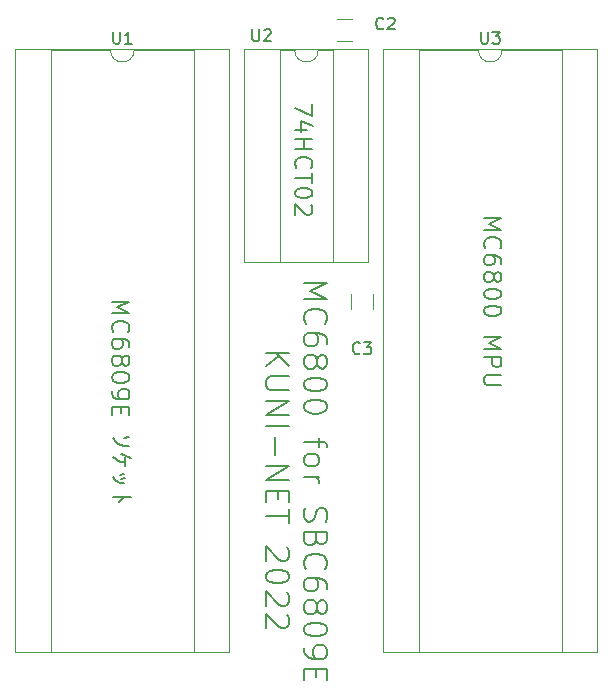
<source format=gto>
G04 #@! TF.GenerationSoftware,KiCad,Pcbnew,(6.0.4-0)*
G04 #@! TF.CreationDate,2022-11-05T16:46:17+09:00*
G04 #@! TF.ProjectId,MC6800-SBC6809E,4d433638-3030-42d5-9342-433638303945,rev?*
G04 #@! TF.SameCoordinates,Original*
G04 #@! TF.FileFunction,Legend,Top*
G04 #@! TF.FilePolarity,Positive*
%FSLAX46Y46*%
G04 Gerber Fmt 4.6, Leading zero omitted, Abs format (unit mm)*
G04 Created by KiCad (PCBNEW (6.0.4-0)) date 2022-11-05 16:46:17*
%MOMM*%
%LPD*%
G01*
G04 APERTURE LIST*
%ADD10C,0.200000*%
%ADD11C,0.150000*%
%ADD12C,0.120000*%
G04 APERTURE END LIST*
D10*
X117966428Y-94124999D02*
X119466428Y-94124999D01*
X118395000Y-94624999D01*
X119466428Y-95124999D01*
X117966428Y-95124999D01*
X118109285Y-96696428D02*
X118037857Y-96624999D01*
X117966428Y-96410714D01*
X117966428Y-96267857D01*
X118037857Y-96053571D01*
X118180714Y-95910714D01*
X118323571Y-95839285D01*
X118609285Y-95767857D01*
X118823571Y-95767857D01*
X119109285Y-95839285D01*
X119252142Y-95910714D01*
X119395000Y-96053571D01*
X119466428Y-96267857D01*
X119466428Y-96410714D01*
X119395000Y-96624999D01*
X119323571Y-96696428D01*
X119466428Y-97982142D02*
X119466428Y-97696428D01*
X119395000Y-97553571D01*
X119323571Y-97482142D01*
X119109285Y-97339285D01*
X118823571Y-97267857D01*
X118252142Y-97267857D01*
X118109285Y-97339285D01*
X118037857Y-97410714D01*
X117966428Y-97553571D01*
X117966428Y-97839285D01*
X118037857Y-97982142D01*
X118109285Y-98053571D01*
X118252142Y-98124999D01*
X118609285Y-98124999D01*
X118752142Y-98053571D01*
X118823571Y-97982142D01*
X118895000Y-97839285D01*
X118895000Y-97553571D01*
X118823571Y-97410714D01*
X118752142Y-97339285D01*
X118609285Y-97267857D01*
X118823571Y-98982142D02*
X118895000Y-98839285D01*
X118966428Y-98767857D01*
X119109285Y-98696428D01*
X119180714Y-98696428D01*
X119323571Y-98767857D01*
X119395000Y-98839285D01*
X119466428Y-98982142D01*
X119466428Y-99267857D01*
X119395000Y-99410714D01*
X119323571Y-99482142D01*
X119180714Y-99553571D01*
X119109285Y-99553571D01*
X118966428Y-99482142D01*
X118895000Y-99410714D01*
X118823571Y-99267857D01*
X118823571Y-98982142D01*
X118752142Y-98839285D01*
X118680714Y-98767857D01*
X118537857Y-98696428D01*
X118252142Y-98696428D01*
X118109285Y-98767857D01*
X118037857Y-98839285D01*
X117966428Y-98982142D01*
X117966428Y-99267857D01*
X118037857Y-99410714D01*
X118109285Y-99482142D01*
X118252142Y-99553571D01*
X118537857Y-99553571D01*
X118680714Y-99482142D01*
X118752142Y-99410714D01*
X118823571Y-99267857D01*
X119466428Y-100482142D02*
X119466428Y-100624999D01*
X119395000Y-100767857D01*
X119323571Y-100839285D01*
X119180714Y-100910714D01*
X118895000Y-100982142D01*
X118537857Y-100982142D01*
X118252142Y-100910714D01*
X118109285Y-100839285D01*
X118037857Y-100767857D01*
X117966428Y-100624999D01*
X117966428Y-100482142D01*
X118037857Y-100339285D01*
X118109285Y-100267857D01*
X118252142Y-100196428D01*
X118537857Y-100124999D01*
X118895000Y-100124999D01*
X119180714Y-100196428D01*
X119323571Y-100267857D01*
X119395000Y-100339285D01*
X119466428Y-100482142D01*
X117966428Y-101696428D02*
X117966428Y-101982142D01*
X118037857Y-102124999D01*
X118109285Y-102196428D01*
X118323571Y-102339285D01*
X118609285Y-102410714D01*
X119180714Y-102410714D01*
X119323571Y-102339285D01*
X119395000Y-102267857D01*
X119466428Y-102124999D01*
X119466428Y-101839285D01*
X119395000Y-101696428D01*
X119323571Y-101624999D01*
X119180714Y-101553571D01*
X118823571Y-101553571D01*
X118680714Y-101624999D01*
X118609285Y-101696428D01*
X118537857Y-101839285D01*
X118537857Y-102124999D01*
X118609285Y-102267857D01*
X118680714Y-102339285D01*
X118823571Y-102410714D01*
X118752142Y-103053571D02*
X118752142Y-103553571D01*
X117966428Y-103767857D02*
X117966428Y-103053571D01*
X119466428Y-103053571D01*
X119466428Y-103767857D01*
X119466428Y-105553571D02*
X119037857Y-105696428D01*
X119466428Y-106339285D02*
X119037857Y-106339285D01*
X118752142Y-106267857D01*
X118537857Y-106196428D01*
X118323571Y-106053571D01*
X118109285Y-105696428D01*
X119109285Y-107267857D02*
X119109285Y-108053571D01*
X119609285Y-107339285D02*
X119323571Y-107267857D01*
X118966428Y-107124999D01*
X118752142Y-107053571D01*
X119109285Y-107696428D02*
X118752142Y-107696428D01*
X118537857Y-107624999D01*
X118323571Y-107482142D01*
X118037857Y-107267857D01*
X119037857Y-108696428D02*
X118680714Y-108839285D01*
X119109285Y-109053571D02*
X118752142Y-109124999D01*
X119037857Y-109482142D02*
X118680714Y-109482142D01*
X118466428Y-109410714D01*
X118252142Y-109196428D01*
X118109285Y-108982142D01*
X119609285Y-110696428D02*
X118037857Y-110696428D01*
X118966428Y-110696428D02*
X118609285Y-111124999D01*
X149466428Y-87053571D02*
X150966428Y-87053571D01*
X149895000Y-87553571D01*
X150966428Y-88053571D01*
X149466428Y-88053571D01*
X149609285Y-89625000D02*
X149537857Y-89553571D01*
X149466428Y-89339285D01*
X149466428Y-89196428D01*
X149537857Y-88982142D01*
X149680714Y-88839285D01*
X149823571Y-88767857D01*
X150109285Y-88696428D01*
X150323571Y-88696428D01*
X150609285Y-88767857D01*
X150752142Y-88839285D01*
X150895000Y-88982142D01*
X150966428Y-89196428D01*
X150966428Y-89339285D01*
X150895000Y-89553571D01*
X150823571Y-89625000D01*
X150966428Y-90910714D02*
X150966428Y-90625000D01*
X150895000Y-90482142D01*
X150823571Y-90410714D01*
X150609285Y-90267857D01*
X150323571Y-90196428D01*
X149752142Y-90196428D01*
X149609285Y-90267857D01*
X149537857Y-90339285D01*
X149466428Y-90482142D01*
X149466428Y-90767857D01*
X149537857Y-90910714D01*
X149609285Y-90982142D01*
X149752142Y-91053571D01*
X150109285Y-91053571D01*
X150252142Y-90982142D01*
X150323571Y-90910714D01*
X150395000Y-90767857D01*
X150395000Y-90482142D01*
X150323571Y-90339285D01*
X150252142Y-90267857D01*
X150109285Y-90196428D01*
X150323571Y-91910714D02*
X150395000Y-91767857D01*
X150466428Y-91696428D01*
X150609285Y-91625000D01*
X150680714Y-91625000D01*
X150823571Y-91696428D01*
X150895000Y-91767857D01*
X150966428Y-91910714D01*
X150966428Y-92196428D01*
X150895000Y-92339285D01*
X150823571Y-92410714D01*
X150680714Y-92482142D01*
X150609285Y-92482142D01*
X150466428Y-92410714D01*
X150395000Y-92339285D01*
X150323571Y-92196428D01*
X150323571Y-91910714D01*
X150252142Y-91767857D01*
X150180714Y-91696428D01*
X150037857Y-91625000D01*
X149752142Y-91625000D01*
X149609285Y-91696428D01*
X149537857Y-91767857D01*
X149466428Y-91910714D01*
X149466428Y-92196428D01*
X149537857Y-92339285D01*
X149609285Y-92410714D01*
X149752142Y-92482142D01*
X150037857Y-92482142D01*
X150180714Y-92410714D01*
X150252142Y-92339285D01*
X150323571Y-92196428D01*
X150966428Y-93410714D02*
X150966428Y-93553571D01*
X150895000Y-93696428D01*
X150823571Y-93767857D01*
X150680714Y-93839285D01*
X150395000Y-93910714D01*
X150037857Y-93910714D01*
X149752142Y-93839285D01*
X149609285Y-93767857D01*
X149537857Y-93696428D01*
X149466428Y-93553571D01*
X149466428Y-93410714D01*
X149537857Y-93267857D01*
X149609285Y-93196428D01*
X149752142Y-93125000D01*
X150037857Y-93053571D01*
X150395000Y-93053571D01*
X150680714Y-93125000D01*
X150823571Y-93196428D01*
X150895000Y-93267857D01*
X150966428Y-93410714D01*
X150966428Y-94839285D02*
X150966428Y-94982142D01*
X150895000Y-95125000D01*
X150823571Y-95196428D01*
X150680714Y-95267857D01*
X150395000Y-95339285D01*
X150037857Y-95339285D01*
X149752142Y-95267857D01*
X149609285Y-95196428D01*
X149537857Y-95125000D01*
X149466428Y-94982142D01*
X149466428Y-94839285D01*
X149537857Y-94696428D01*
X149609285Y-94625000D01*
X149752142Y-94553571D01*
X150037857Y-94482142D01*
X150395000Y-94482142D01*
X150680714Y-94553571D01*
X150823571Y-94625000D01*
X150895000Y-94696428D01*
X150966428Y-94839285D01*
X149466428Y-97125000D02*
X150966428Y-97125000D01*
X149895000Y-97625000D01*
X150966428Y-98125000D01*
X149466428Y-98125000D01*
X149466428Y-98839285D02*
X150966428Y-98839285D01*
X150966428Y-99410714D01*
X150895000Y-99553571D01*
X150823571Y-99625000D01*
X150680714Y-99696428D01*
X150466428Y-99696428D01*
X150323571Y-99625000D01*
X150252142Y-99553571D01*
X150180714Y-99410714D01*
X150180714Y-98839285D01*
X150966428Y-100339285D02*
X149752142Y-100339285D01*
X149609285Y-100410714D01*
X149537857Y-100482142D01*
X149466428Y-100625000D01*
X149466428Y-100910714D01*
X149537857Y-101053571D01*
X149609285Y-101125000D01*
X149752142Y-101196428D01*
X150966428Y-101196428D01*
X134215238Y-92566190D02*
X136215238Y-92566190D01*
X134786666Y-93232857D01*
X136215238Y-93899523D01*
X134215238Y-93899523D01*
X134405714Y-95994761D02*
X134310476Y-95899523D01*
X134215238Y-95613809D01*
X134215238Y-95423333D01*
X134310476Y-95137619D01*
X134500952Y-94947142D01*
X134691428Y-94851904D01*
X135072380Y-94756666D01*
X135358095Y-94756666D01*
X135739047Y-94851904D01*
X135929523Y-94947142D01*
X136120000Y-95137619D01*
X136215238Y-95423333D01*
X136215238Y-95613809D01*
X136120000Y-95899523D01*
X136024761Y-95994761D01*
X136215238Y-97709047D02*
X136215238Y-97328095D01*
X136120000Y-97137619D01*
X136024761Y-97042380D01*
X135739047Y-96851904D01*
X135358095Y-96756666D01*
X134596190Y-96756666D01*
X134405714Y-96851904D01*
X134310476Y-96947142D01*
X134215238Y-97137619D01*
X134215238Y-97518571D01*
X134310476Y-97709047D01*
X134405714Y-97804285D01*
X134596190Y-97899523D01*
X135072380Y-97899523D01*
X135262857Y-97804285D01*
X135358095Y-97709047D01*
X135453333Y-97518571D01*
X135453333Y-97137619D01*
X135358095Y-96947142D01*
X135262857Y-96851904D01*
X135072380Y-96756666D01*
X135358095Y-99042380D02*
X135453333Y-98851904D01*
X135548571Y-98756666D01*
X135739047Y-98661428D01*
X135834285Y-98661428D01*
X136024761Y-98756666D01*
X136120000Y-98851904D01*
X136215238Y-99042380D01*
X136215238Y-99423333D01*
X136120000Y-99613809D01*
X136024761Y-99709047D01*
X135834285Y-99804285D01*
X135739047Y-99804285D01*
X135548571Y-99709047D01*
X135453333Y-99613809D01*
X135358095Y-99423333D01*
X135358095Y-99042380D01*
X135262857Y-98851904D01*
X135167619Y-98756666D01*
X134977142Y-98661428D01*
X134596190Y-98661428D01*
X134405714Y-98756666D01*
X134310476Y-98851904D01*
X134215238Y-99042380D01*
X134215238Y-99423333D01*
X134310476Y-99613809D01*
X134405714Y-99709047D01*
X134596190Y-99804285D01*
X134977142Y-99804285D01*
X135167619Y-99709047D01*
X135262857Y-99613809D01*
X135358095Y-99423333D01*
X136215238Y-101042380D02*
X136215238Y-101232857D01*
X136120000Y-101423333D01*
X136024761Y-101518571D01*
X135834285Y-101613809D01*
X135453333Y-101709047D01*
X134977142Y-101709047D01*
X134596190Y-101613809D01*
X134405714Y-101518571D01*
X134310476Y-101423333D01*
X134215238Y-101232857D01*
X134215238Y-101042380D01*
X134310476Y-100851904D01*
X134405714Y-100756666D01*
X134596190Y-100661428D01*
X134977142Y-100566190D01*
X135453333Y-100566190D01*
X135834285Y-100661428D01*
X136024761Y-100756666D01*
X136120000Y-100851904D01*
X136215238Y-101042380D01*
X136215238Y-102947142D02*
X136215238Y-103137619D01*
X136120000Y-103328095D01*
X136024761Y-103423333D01*
X135834285Y-103518571D01*
X135453333Y-103613809D01*
X134977142Y-103613809D01*
X134596190Y-103518571D01*
X134405714Y-103423333D01*
X134310476Y-103328095D01*
X134215238Y-103137619D01*
X134215238Y-102947142D01*
X134310476Y-102756666D01*
X134405714Y-102661428D01*
X134596190Y-102566190D01*
X134977142Y-102470952D01*
X135453333Y-102470952D01*
X135834285Y-102566190D01*
X136024761Y-102661428D01*
X136120000Y-102756666D01*
X136215238Y-102947142D01*
X135548571Y-105709047D02*
X135548571Y-106470952D01*
X134215238Y-105994761D02*
X135929523Y-105994761D01*
X136120000Y-106090000D01*
X136215238Y-106280476D01*
X136215238Y-106470952D01*
X134215238Y-107423333D02*
X134310476Y-107232857D01*
X134405714Y-107137619D01*
X134596190Y-107042380D01*
X135167619Y-107042380D01*
X135358095Y-107137619D01*
X135453333Y-107232857D01*
X135548571Y-107423333D01*
X135548571Y-107709047D01*
X135453333Y-107899523D01*
X135358095Y-107994761D01*
X135167619Y-108090000D01*
X134596190Y-108090000D01*
X134405714Y-107994761D01*
X134310476Y-107899523D01*
X134215238Y-107709047D01*
X134215238Y-107423333D01*
X134215238Y-108947142D02*
X135548571Y-108947142D01*
X135167619Y-108947142D02*
X135358095Y-109042380D01*
X135453333Y-109137619D01*
X135548571Y-109328095D01*
X135548571Y-109518571D01*
X134310476Y-111613809D02*
X134215238Y-111899523D01*
X134215238Y-112375714D01*
X134310476Y-112566190D01*
X134405714Y-112661428D01*
X134596190Y-112756666D01*
X134786666Y-112756666D01*
X134977142Y-112661428D01*
X135072380Y-112566190D01*
X135167619Y-112375714D01*
X135262857Y-111994761D01*
X135358095Y-111804285D01*
X135453333Y-111709047D01*
X135643809Y-111613809D01*
X135834285Y-111613809D01*
X136024761Y-111709047D01*
X136120000Y-111804285D01*
X136215238Y-111994761D01*
X136215238Y-112470952D01*
X136120000Y-112756666D01*
X135262857Y-114280476D02*
X135167619Y-114566190D01*
X135072380Y-114661428D01*
X134881904Y-114756666D01*
X134596190Y-114756666D01*
X134405714Y-114661428D01*
X134310476Y-114566190D01*
X134215238Y-114375714D01*
X134215238Y-113613809D01*
X136215238Y-113613809D01*
X136215238Y-114280476D01*
X136120000Y-114470952D01*
X136024761Y-114566190D01*
X135834285Y-114661428D01*
X135643809Y-114661428D01*
X135453333Y-114566190D01*
X135358095Y-114470952D01*
X135262857Y-114280476D01*
X135262857Y-113613809D01*
X134405714Y-116756666D02*
X134310476Y-116661428D01*
X134215238Y-116375714D01*
X134215238Y-116185238D01*
X134310476Y-115899523D01*
X134500952Y-115709047D01*
X134691428Y-115613809D01*
X135072380Y-115518571D01*
X135358095Y-115518571D01*
X135739047Y-115613809D01*
X135929523Y-115709047D01*
X136120000Y-115899523D01*
X136215238Y-116185238D01*
X136215238Y-116375714D01*
X136120000Y-116661428D01*
X136024761Y-116756666D01*
X136215238Y-118470952D02*
X136215238Y-118090000D01*
X136120000Y-117899523D01*
X136024761Y-117804285D01*
X135739047Y-117613809D01*
X135358095Y-117518571D01*
X134596190Y-117518571D01*
X134405714Y-117613809D01*
X134310476Y-117709047D01*
X134215238Y-117899523D01*
X134215238Y-118280476D01*
X134310476Y-118470952D01*
X134405714Y-118566190D01*
X134596190Y-118661428D01*
X135072380Y-118661428D01*
X135262857Y-118566190D01*
X135358095Y-118470952D01*
X135453333Y-118280476D01*
X135453333Y-117899523D01*
X135358095Y-117709047D01*
X135262857Y-117613809D01*
X135072380Y-117518571D01*
X135358095Y-119804285D02*
X135453333Y-119613809D01*
X135548571Y-119518571D01*
X135739047Y-119423333D01*
X135834285Y-119423333D01*
X136024761Y-119518571D01*
X136120000Y-119613809D01*
X136215238Y-119804285D01*
X136215238Y-120185238D01*
X136120000Y-120375714D01*
X136024761Y-120470952D01*
X135834285Y-120566190D01*
X135739047Y-120566190D01*
X135548571Y-120470952D01*
X135453333Y-120375714D01*
X135358095Y-120185238D01*
X135358095Y-119804285D01*
X135262857Y-119613809D01*
X135167619Y-119518571D01*
X134977142Y-119423333D01*
X134596190Y-119423333D01*
X134405714Y-119518571D01*
X134310476Y-119613809D01*
X134215238Y-119804285D01*
X134215238Y-120185238D01*
X134310476Y-120375714D01*
X134405714Y-120470952D01*
X134596190Y-120566190D01*
X134977142Y-120566190D01*
X135167619Y-120470952D01*
X135262857Y-120375714D01*
X135358095Y-120185238D01*
X136215238Y-121804285D02*
X136215238Y-121994761D01*
X136120000Y-122185238D01*
X136024761Y-122280476D01*
X135834285Y-122375714D01*
X135453333Y-122470952D01*
X134977142Y-122470952D01*
X134596190Y-122375714D01*
X134405714Y-122280476D01*
X134310476Y-122185238D01*
X134215238Y-121994761D01*
X134215238Y-121804285D01*
X134310476Y-121613809D01*
X134405714Y-121518571D01*
X134596190Y-121423333D01*
X134977142Y-121328095D01*
X135453333Y-121328095D01*
X135834285Y-121423333D01*
X136024761Y-121518571D01*
X136120000Y-121613809D01*
X136215238Y-121804285D01*
X134215238Y-123423333D02*
X134215238Y-123804285D01*
X134310476Y-123994761D01*
X134405714Y-124090000D01*
X134691428Y-124280476D01*
X135072380Y-124375714D01*
X135834285Y-124375714D01*
X136024761Y-124280476D01*
X136120000Y-124185238D01*
X136215238Y-123994761D01*
X136215238Y-123613809D01*
X136120000Y-123423333D01*
X136024761Y-123328095D01*
X135834285Y-123232857D01*
X135358095Y-123232857D01*
X135167619Y-123328095D01*
X135072380Y-123423333D01*
X134977142Y-123613809D01*
X134977142Y-123994761D01*
X135072380Y-124185238D01*
X135167619Y-124280476D01*
X135358095Y-124375714D01*
X135262857Y-125232857D02*
X135262857Y-125899523D01*
X134215238Y-126185238D02*
X134215238Y-125232857D01*
X136215238Y-125232857D01*
X136215238Y-126185238D01*
X130995238Y-98470952D02*
X132995238Y-98470952D01*
X130995238Y-99613809D02*
X132138095Y-98756666D01*
X132995238Y-99613809D02*
X131852380Y-98470952D01*
X132995238Y-100470952D02*
X131376190Y-100470952D01*
X131185714Y-100566190D01*
X131090476Y-100661428D01*
X130995238Y-100851904D01*
X130995238Y-101232857D01*
X131090476Y-101423333D01*
X131185714Y-101518571D01*
X131376190Y-101613809D01*
X132995238Y-101613809D01*
X130995238Y-102566190D02*
X132995238Y-102566190D01*
X130995238Y-103709047D01*
X132995238Y-103709047D01*
X130995238Y-104661428D02*
X132995238Y-104661428D01*
X131757142Y-105613809D02*
X131757142Y-107137619D01*
X130995238Y-108090000D02*
X132995238Y-108090000D01*
X130995238Y-109232857D01*
X132995238Y-109232857D01*
X132042857Y-110185238D02*
X132042857Y-110851904D01*
X130995238Y-111137619D02*
X130995238Y-110185238D01*
X132995238Y-110185238D01*
X132995238Y-111137619D01*
X132995238Y-111709047D02*
X132995238Y-112851904D01*
X130995238Y-112280476D02*
X132995238Y-112280476D01*
X132804761Y-114947142D02*
X132900000Y-115042380D01*
X132995238Y-115232857D01*
X132995238Y-115709047D01*
X132900000Y-115899523D01*
X132804761Y-115994761D01*
X132614285Y-116090000D01*
X132423809Y-116090000D01*
X132138095Y-115994761D01*
X130995238Y-114851904D01*
X130995238Y-116090000D01*
X132995238Y-117328095D02*
X132995238Y-117518571D01*
X132900000Y-117709047D01*
X132804761Y-117804285D01*
X132614285Y-117899523D01*
X132233333Y-117994761D01*
X131757142Y-117994761D01*
X131376190Y-117899523D01*
X131185714Y-117804285D01*
X131090476Y-117709047D01*
X130995238Y-117518571D01*
X130995238Y-117328095D01*
X131090476Y-117137619D01*
X131185714Y-117042380D01*
X131376190Y-116947142D01*
X131757142Y-116851904D01*
X132233333Y-116851904D01*
X132614285Y-116947142D01*
X132804761Y-117042380D01*
X132900000Y-117137619D01*
X132995238Y-117328095D01*
X132804761Y-118756666D02*
X132900000Y-118851904D01*
X132995238Y-119042380D01*
X132995238Y-119518571D01*
X132900000Y-119709047D01*
X132804761Y-119804285D01*
X132614285Y-119899523D01*
X132423809Y-119899523D01*
X132138095Y-119804285D01*
X130995238Y-118661428D01*
X130995238Y-119899523D01*
X132804761Y-120661428D02*
X132900000Y-120756666D01*
X132995238Y-120947142D01*
X132995238Y-121423333D01*
X132900000Y-121613809D01*
X132804761Y-121709047D01*
X132614285Y-121804285D01*
X132423809Y-121804285D01*
X132138095Y-121709047D01*
X130995238Y-120566190D01*
X130995238Y-121804285D01*
X134966428Y-77375000D02*
X134966428Y-78375000D01*
X133466428Y-77732142D01*
X134466428Y-79589285D02*
X133466428Y-79589285D01*
X135037857Y-79232142D02*
X133966428Y-78875000D01*
X133966428Y-79803571D01*
X133466428Y-80375000D02*
X134966428Y-80375000D01*
X134252142Y-80375000D02*
X134252142Y-81232142D01*
X133466428Y-81232142D02*
X134966428Y-81232142D01*
X133609285Y-82803571D02*
X133537857Y-82732142D01*
X133466428Y-82517857D01*
X133466428Y-82375000D01*
X133537857Y-82160714D01*
X133680714Y-82017857D01*
X133823571Y-81946428D01*
X134109285Y-81875000D01*
X134323571Y-81875000D01*
X134609285Y-81946428D01*
X134752142Y-82017857D01*
X134895000Y-82160714D01*
X134966428Y-82375000D01*
X134966428Y-82517857D01*
X134895000Y-82732142D01*
X134823571Y-82803571D01*
X134966428Y-83232142D02*
X134966428Y-84089285D01*
X133466428Y-83660714D02*
X134966428Y-83660714D01*
X134966428Y-84875000D02*
X134966428Y-85017857D01*
X134895000Y-85160714D01*
X134823571Y-85232142D01*
X134680714Y-85303571D01*
X134395000Y-85375000D01*
X134037857Y-85375000D01*
X133752142Y-85303571D01*
X133609285Y-85232142D01*
X133537857Y-85160714D01*
X133466428Y-85017857D01*
X133466428Y-84875000D01*
X133537857Y-84732142D01*
X133609285Y-84660714D01*
X133752142Y-84589285D01*
X134037857Y-84517857D01*
X134395000Y-84517857D01*
X134680714Y-84589285D01*
X134823571Y-84660714D01*
X134895000Y-84732142D01*
X134966428Y-84875000D01*
X134823571Y-85946428D02*
X134895000Y-86017857D01*
X134966428Y-86160714D01*
X134966428Y-86517857D01*
X134895000Y-86660714D01*
X134823571Y-86732142D01*
X134680714Y-86803571D01*
X134537857Y-86803571D01*
X134323571Y-86732142D01*
X133466428Y-85875000D01*
X133466428Y-86803571D01*
D11*
X129883095Y-71077380D02*
X129883095Y-71886904D01*
X129930714Y-71982142D01*
X129978333Y-72029761D01*
X130073571Y-72077380D01*
X130264047Y-72077380D01*
X130359285Y-72029761D01*
X130406904Y-71982142D01*
X130454523Y-71886904D01*
X130454523Y-71077380D01*
X130883095Y-71172619D02*
X130930714Y-71125000D01*
X131025952Y-71077380D01*
X131264047Y-71077380D01*
X131359285Y-71125000D01*
X131406904Y-71172619D01*
X131454523Y-71267857D01*
X131454523Y-71363095D01*
X131406904Y-71505952D01*
X130835476Y-72077380D01*
X131454523Y-72077380D01*
X118103095Y-71297380D02*
X118103095Y-72106904D01*
X118150714Y-72202142D01*
X118198333Y-72249761D01*
X118293571Y-72297380D01*
X118484047Y-72297380D01*
X118579285Y-72249761D01*
X118626904Y-72202142D01*
X118674523Y-72106904D01*
X118674523Y-71297380D01*
X119674523Y-72297380D02*
X119103095Y-72297380D01*
X119388809Y-72297380D02*
X119388809Y-71297380D01*
X119293571Y-71440238D01*
X119198333Y-71535476D01*
X119103095Y-71583095D01*
X138978333Y-98482142D02*
X138930714Y-98529761D01*
X138787857Y-98577380D01*
X138692619Y-98577380D01*
X138549761Y-98529761D01*
X138454523Y-98434523D01*
X138406904Y-98339285D01*
X138359285Y-98148809D01*
X138359285Y-98005952D01*
X138406904Y-97815476D01*
X138454523Y-97720238D01*
X138549761Y-97625000D01*
X138692619Y-97577380D01*
X138787857Y-97577380D01*
X138930714Y-97625000D01*
X138978333Y-97672619D01*
X139311666Y-97577380D02*
X139930714Y-97577380D01*
X139597380Y-97958333D01*
X139740238Y-97958333D01*
X139835476Y-98005952D01*
X139883095Y-98053571D01*
X139930714Y-98148809D01*
X139930714Y-98386904D01*
X139883095Y-98482142D01*
X139835476Y-98529761D01*
X139740238Y-98577380D01*
X139454523Y-98577380D01*
X139359285Y-98529761D01*
X139311666Y-98482142D01*
X140978333Y-70982142D02*
X140930714Y-71029761D01*
X140787857Y-71077380D01*
X140692619Y-71077380D01*
X140549761Y-71029761D01*
X140454523Y-70934523D01*
X140406904Y-70839285D01*
X140359285Y-70648809D01*
X140359285Y-70505952D01*
X140406904Y-70315476D01*
X140454523Y-70220238D01*
X140549761Y-70125000D01*
X140692619Y-70077380D01*
X140787857Y-70077380D01*
X140930714Y-70125000D01*
X140978333Y-70172619D01*
X141359285Y-70172619D02*
X141406904Y-70125000D01*
X141502142Y-70077380D01*
X141740238Y-70077380D01*
X141835476Y-70125000D01*
X141883095Y-70172619D01*
X141930714Y-70267857D01*
X141930714Y-70363095D01*
X141883095Y-70505952D01*
X141311666Y-71077380D01*
X141930714Y-71077380D01*
X149253095Y-71297380D02*
X149253095Y-72106904D01*
X149300714Y-72202142D01*
X149348333Y-72249761D01*
X149443571Y-72297380D01*
X149634047Y-72297380D01*
X149729285Y-72249761D01*
X149776904Y-72202142D01*
X149824523Y-72106904D01*
X149824523Y-71297380D01*
X150205476Y-71297380D02*
X150824523Y-71297380D01*
X150491190Y-71678333D01*
X150634047Y-71678333D01*
X150729285Y-71725952D01*
X150776904Y-71773571D01*
X150824523Y-71868809D01*
X150824523Y-72106904D01*
X150776904Y-72202142D01*
X150729285Y-72249761D01*
X150634047Y-72297380D01*
X150348333Y-72297380D01*
X150253095Y-72249761D01*
X150205476Y-72202142D01*
D12*
X129205000Y-90805000D02*
X139705000Y-90805000D01*
X139705000Y-72785000D02*
X129205000Y-72785000D01*
X132205000Y-72845000D02*
X132205000Y-90745000D01*
X136705000Y-72845000D02*
X135455000Y-72845000D01*
X132205000Y-90745000D02*
X136705000Y-90745000D01*
X133455000Y-72845000D02*
X132205000Y-72845000D01*
X136705000Y-90745000D02*
X136705000Y-72845000D01*
X129205000Y-72785000D02*
X129205000Y-90805000D01*
X139705000Y-90805000D02*
X139705000Y-72785000D01*
X133455000Y-72845000D02*
G75*
G03*
X135455000Y-72845000I1000000J0D01*
G01*
X109805000Y-123825000D02*
X127925000Y-123825000D01*
X112805000Y-72845000D02*
X112805000Y-123765000D01*
X124925000Y-123765000D02*
X124925000Y-72845000D01*
X112805000Y-123765000D02*
X124925000Y-123765000D01*
X124925000Y-72845000D02*
X119865000Y-72845000D01*
X127925000Y-123825000D02*
X127925000Y-72785000D01*
X109805000Y-72785000D02*
X109805000Y-123825000D01*
X127925000Y-72785000D02*
X109805000Y-72785000D01*
X117865000Y-72845000D02*
X112805000Y-72845000D01*
X117865000Y-72845000D02*
G75*
G03*
X119865000Y-72845000I1000000J0D01*
G01*
X138225000Y-93496000D02*
X138225000Y-94754000D01*
X140065000Y-93496000D02*
X140065000Y-94754000D01*
X138274000Y-70205000D02*
X137016000Y-70205000D01*
X138274000Y-72045000D02*
X137016000Y-72045000D01*
X156075000Y-123765000D02*
X156075000Y-72845000D01*
X143955000Y-123765000D02*
X156075000Y-123765000D01*
X140955000Y-72785000D02*
X140955000Y-123825000D01*
X156075000Y-72845000D02*
X151015000Y-72845000D01*
X149015000Y-72845000D02*
X143955000Y-72845000D01*
X159075000Y-123825000D02*
X159075000Y-72785000D01*
X140955000Y-123825000D02*
X159075000Y-123825000D01*
X159075000Y-72785000D02*
X140955000Y-72785000D01*
X143955000Y-72845000D02*
X143955000Y-123765000D01*
X149015000Y-72845000D02*
G75*
G03*
X151015000Y-72845000I1000000J0D01*
G01*
M02*

</source>
